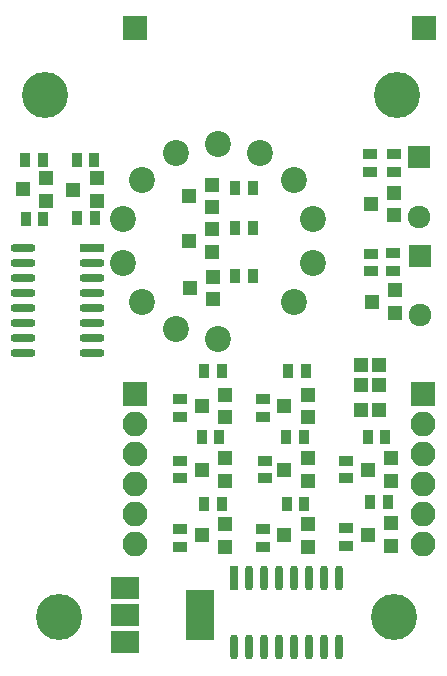
<source format=gbs>
%TF.GenerationSoftware,KiCad,Pcbnew,4.0.7*%
%TF.CreationDate,2017-11-15T23:53:34+08:00*%
%TF.ProjectId,finalRoundNixie,66696E616C526F756E644E697869652E,rev?*%
%TF.FileFunction,Soldermask,Bot*%
%FSLAX46Y46*%
G04 Gerber Fmt 4.6, Leading zero omitted, Abs format (unit mm)*
G04 Created by KiCad (PCBNEW 4.0.7) date 11/15/17 23:53:34*
%MOMM*%
%LPD*%
G01*
G04 APERTURE LIST*
%ADD10C,0.100000*%
%ADD11R,2.400000X4.200000*%
%ADD12R,2.400000X1.900000*%
%ADD13R,1.200000X1.150000*%
%ADD14R,2.100000X2.100000*%
%ADD15O,2.100000X2.100000*%
%ADD16R,1.300000X0.900000*%
%ADD17R,1.300000X1.200000*%
%ADD18R,1.924000X1.924000*%
%ADD19C,1.924000*%
%ADD20R,2.140000X0.740000*%
%ADD21O,2.140000X0.740000*%
%ADD22R,0.740000X2.140000*%
%ADD23O,0.740000X2.140000*%
%ADD24R,0.900000X1.300000*%
%ADD25C,2.200000*%
%ADD26C,3.900000*%
G04 APERTURE END LIST*
D10*
D11*
X16600000Y-51700000D03*
D12*
X10300000Y-51700000D03*
X10300000Y-49400000D03*
X10300000Y-54000000D03*
D13*
X31750000Y-32200000D03*
X30250000Y-32200000D03*
D14*
X35500000Y-33000000D03*
D15*
X35500000Y-35540000D03*
X35500000Y-38080000D03*
X35500000Y-40620000D03*
X35500000Y-43160000D03*
X35500000Y-45700000D03*
D14*
X11100000Y-33000000D03*
D15*
X11100000Y-35540000D03*
X11100000Y-38080000D03*
X11100000Y-40620000D03*
X11100000Y-43160000D03*
X11100000Y-45700000D03*
D16*
X33000000Y-12700000D03*
X33000000Y-14200000D03*
X31000000Y-14200000D03*
X31000000Y-12700000D03*
D17*
X33050000Y-15950000D03*
X33050000Y-17850000D03*
X31050000Y-16900000D03*
D18*
X35150000Y-12950000D03*
D19*
X35150000Y-17950000D03*
D18*
X35200000Y-21300000D03*
D19*
X35200000Y-26300000D03*
D20*
X7500000Y-20580000D03*
D21*
X7500000Y-21850000D03*
X7500000Y-23120000D03*
X7500000Y-24390000D03*
X7500000Y-25660000D03*
X7500000Y-26930000D03*
X7500000Y-28200000D03*
X1650000Y-28200000D03*
X1650000Y-26930000D03*
X1650000Y-25660000D03*
X1650000Y-24390000D03*
X1650000Y-23120000D03*
X1650000Y-21850000D03*
X1650000Y-20580000D03*
X7500000Y-29470000D03*
X1650000Y-29470000D03*
D22*
X19490000Y-48570000D03*
D23*
X20760000Y-48570000D03*
X22030000Y-48570000D03*
X23300000Y-48570000D03*
X24570000Y-48570000D03*
X25840000Y-48570000D03*
X27110000Y-48570000D03*
X27110000Y-54420000D03*
X25840000Y-54420000D03*
X24570000Y-54420000D03*
X23300000Y-54420000D03*
X22030000Y-54420000D03*
X20760000Y-54420000D03*
X19490000Y-54420000D03*
X28380000Y-48570000D03*
X28380000Y-54420000D03*
D16*
X32950000Y-21050000D03*
X32950000Y-22550000D03*
X31050000Y-22600000D03*
X31050000Y-21100000D03*
D24*
X23900000Y-36625000D03*
X25400000Y-36625000D03*
X30800000Y-36625000D03*
X32300000Y-36625000D03*
X23950000Y-42275000D03*
X25450000Y-42275000D03*
X16950000Y-31000000D03*
X18450000Y-31000000D03*
X31000000Y-42125000D03*
X32500000Y-42125000D03*
X16750000Y-36625000D03*
X18250000Y-36625000D03*
X16950000Y-42250000D03*
X18450000Y-42250000D03*
X1800000Y-13150000D03*
X3300000Y-13150000D03*
X24100000Y-31000000D03*
X25600000Y-31000000D03*
X7675000Y-13175000D03*
X6175000Y-13175000D03*
X21100000Y-15500000D03*
X19600000Y-15500000D03*
X21100000Y-18950000D03*
X19600000Y-18950000D03*
X21100000Y-23000000D03*
X19600000Y-23000000D03*
D16*
X29000000Y-38625000D03*
X29000000Y-40125000D03*
X14950000Y-33400000D03*
X14950000Y-34900000D03*
X14950000Y-38625000D03*
X14950000Y-40125000D03*
X14950000Y-44425000D03*
X14950000Y-45925000D03*
X21950000Y-33400000D03*
X21950000Y-34900000D03*
X22100000Y-38625000D03*
X22100000Y-40125000D03*
X21950000Y-44425000D03*
X21950000Y-45925000D03*
X29000000Y-44350000D03*
X29000000Y-45850000D03*
D24*
X3350000Y-18150000D03*
X1850000Y-18150000D03*
X7725000Y-18075000D03*
X6225000Y-18075000D03*
D17*
X33150000Y-24200000D03*
X33150000Y-26100000D03*
X31150000Y-25150000D03*
X17650000Y-15250000D03*
X17650000Y-17150000D03*
X15650000Y-16200000D03*
X17650000Y-19050000D03*
X17650000Y-20950000D03*
X15650000Y-20000000D03*
X17750000Y-23050000D03*
X17750000Y-24950000D03*
X15750000Y-24000000D03*
X25750000Y-38425000D03*
X25750000Y-40325000D03*
X23750000Y-39375000D03*
X32800000Y-38425000D03*
X32800000Y-40325000D03*
X30800000Y-39375000D03*
X25750000Y-44000000D03*
X25750000Y-45900000D03*
X23750000Y-44950000D03*
X18750000Y-33050000D03*
X18750000Y-34950000D03*
X16750000Y-34000000D03*
X32800000Y-43925000D03*
X32800000Y-45825000D03*
X30800000Y-44875000D03*
X18750000Y-38425000D03*
X18750000Y-40325000D03*
X16750000Y-39375000D03*
X18750000Y-44000000D03*
X18750000Y-45900000D03*
X16750000Y-44950000D03*
X25750000Y-33050000D03*
X25750000Y-34950000D03*
X23750000Y-34000000D03*
X7875000Y-14725000D03*
X7875000Y-16625000D03*
X5875000Y-15675000D03*
D14*
X11100000Y-2000000D03*
X35550000Y-2000000D03*
D13*
X30250000Y-34350000D03*
X31750000Y-34350000D03*
D17*
X3600000Y-14700000D03*
X3600000Y-16600000D03*
X1600000Y-15650000D03*
D25*
X18143155Y-11785798D03*
X14563614Y-12602805D03*
X11693045Y-14892007D03*
X10100000Y-18200000D03*
X10100000Y-21871596D03*
X11693045Y-25179589D03*
X14563614Y-27468791D03*
X18143155Y-28285798D03*
X24593265Y-25179589D03*
X26186310Y-21871596D03*
X26186310Y-18200000D03*
X24593265Y-14892007D03*
X21722696Y-12602805D03*
D26*
X33030000Y-51900000D03*
X4700000Y-51900000D03*
X3500000Y-7700000D03*
X33300000Y-7700000D03*
D13*
X31750000Y-30500000D03*
X30250000Y-30500000D03*
M02*

</source>
